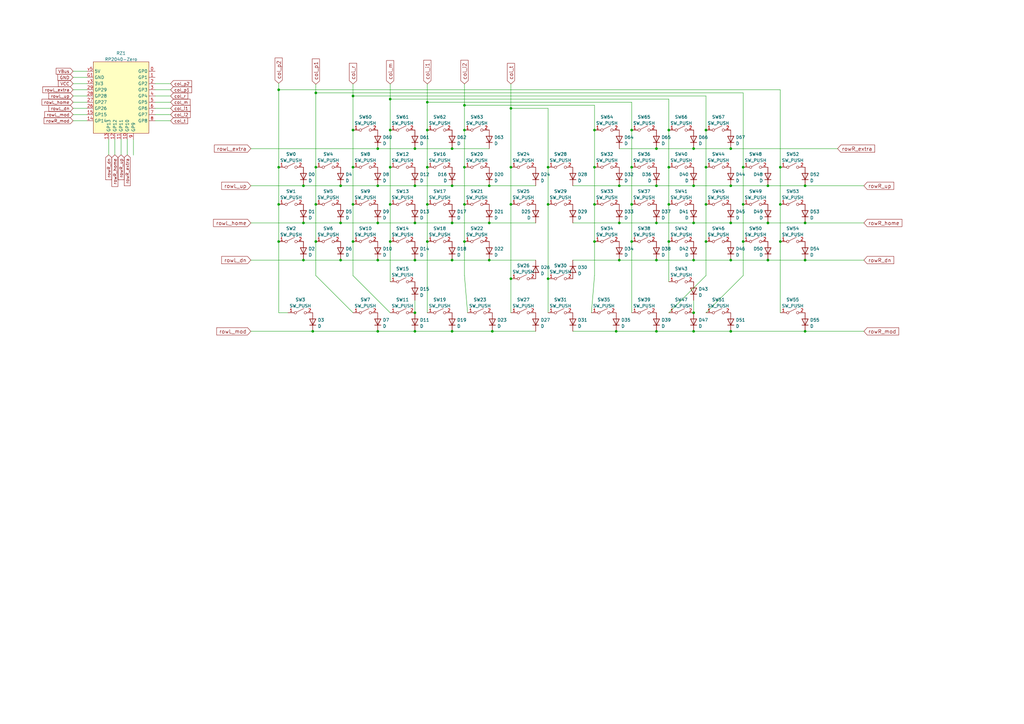
<source format=kicad_sch>
(kicad_sch (version 20211123) (generator eeschema)
  (paper "A3")
  (title_block (title "BumWings_002") (date "2022-11-16") (rev "v0.5") (company "tubby.twins a.k.a. mschnoor"))
  (lib_symbols
    (symbol "BumWings_SymLibrary:Key_Switch" (pin_names (offset 0) hide)
      (property "Reference" "K" (at 0 3.175 0))
      (symbol "Key_Switch_0_0"
        (circle (center -2.032 0) (radius 0.508))
        (polyline (pts (xy -1.524 0.254) (xy 1.524 1.778)))
        (circle (center 2.032 0) (radius 0.508))
      )
      (symbol "Key_Switch_1_1"
        (pin passive line (at -5.08 0 0) (length 2.54) (name "A") (number "1"))
        (pin passive line (at 5.08 0 180) (length 2.54) (name "B") (number "2"))
      )
    )
    (symbol "BumWings_SymLibrary:RP2040-Zero"
      (property "Reference" "RZ" (at 1.27 2.54 0))
      (property "Value" "RP2040-Zero" (at 2.54 12.7 0))
      (symbol "RP2040-Zero_0_1"
        (rectangle (start -10.16 13.97) (end 12.7 -15.24) (fill (type background)))
      )
      (symbol "RP2040-Zero_1_1"
        (pin bidirectional line (at 15.24 10.16 180) (length 2.54) (name "GP0") (number "0"))
        (pin bidirectional line (at 15.24 7.62 180) (length 2.54) (name "GP1") (number "1"))
        (pin bidirectional line (at 3.81 -17.78 90) (length 2.54) (name "GP10") (number "10"))
        (pin bidirectional line (at 1.27 -17.78 90) (length 2.54) (name "GP11") (number "11"))
        (pin bidirectional line (at -1.27 -17.78 90) (length 2.54) (name "GP12") (number "12"))
        (pin bidirectional line (at -3.81 -17.78 90) (length 2.54) (name "GP13") (number "13"))
        (pin bidirectional line (at -12.7 -10.16 0) (length 2.54) (name "GP14") (number "14"))
        (pin bidirectional line (at -12.7 -7.62 0) (length 2.54) (name "GP15") (number "15"))
        (pin bidirectional line (at 15.24 5.08 180) (length 2.54) (name "GP2") (number "2"))
        (pin bidirectional line (at -12.7 -5.08 0) (length 2.54) (name "GP26") (number "26"))
        (pin bidirectional line (at -12.7 -2.54 0) (length 2.54) (name "GP27") (number "27"))
        (pin bidirectional line (at -12.7 0 0) (length 2.54) (name "GP28") (number "28"))
        (pin bidirectional line (at -12.7 2.54 0) (length 2.54) (name "GP29") (number "29"))
        (pin bidirectional line (at 15.24 2.54 180) (length 2.54) (name "GP3") (number "3"))
        (pin bidirectional line (at 15.24 0 180) (length 2.54) (name "GP4") (number "4"))
        (pin bidirectional line (at 15.24 -2.54 180) (length 2.54) (name "GP5") (number "5"))
        (pin bidirectional line (at 15.24 -5.08 180) (length 2.54) (name "GP6") (number "6"))
        (pin bidirectional line (at 15.24 -7.62 180) (length 2.54) (name "GP7") (number "7"))
        (pin bidirectional line (at 15.24 -10.16 180) (length 2.54) (name "GP8") (number "8"))
        (pin bidirectional line (at 6.35 -17.78 90) (length 2.54) (name "GP9") (number "9"))
        (pin power_in line (at -12.7 7.62 0) (length 2.54) (name "GND") (number "G1"))
        (pin power_in line (at -12.7 5.08 0) (length 2.54) (name "3V3") (number "v3"))
        (pin power_in line (at -12.7 10.16 0) (length 2.54) (name "5V") (number "v5"))
      )
    )
    (symbol "Device:D" (pin_numbers hide) (pin_names (offset 1.016) hide)
      (property "Reference" "D" (at 0 2.54 0))
      (property "Value" "D" (at 0 -2.54 0))
      (symbol "D_0_1"
        (polyline (pts (xy -1.27 1.27) (xy -1.27 -1.27)) (stroke (width 0.254)))
        (polyline (pts (xy 1.27 0) (xy -1.27 0)))
        (polyline (pts (xy 1.27 1.27) (xy 1.27 -1.27) (xy -1.27 0) (xy 1.27 1.27)) (stroke (width 0.254)))
      )
      (symbol "D_1_1"
        (pin passive line (at -3.81 0 0) (length 2.54) (name "K") (number "1"))
        (pin passive line (at 3.81 0 180) (length 2.54) (name "A") (number "2"))
      )
    )
  )
  (junction (at 144.78 83.82))
  (junction (at 289.56 68.58))
  (junction (at 299.72 91.44))
  (junction (at 284.48 106.68))
  (junction (at 154.94 76.2))
  (junction (at 284.48 91.44))
  (junction (at 330.2 106.68))
  (junction (at 185.42 91.44))
  (junction (at 330.2 91.44))
  (junction (at 314.96 91.44))
  (junction (at 320.04 68.58))
  (junction (at 144.78 99.06))
  (junction (at 124.46 106.68))
  (junction (at 304.8 99.06))
  (junction (at 269.24 135.89))
  (junction (at 274.32 53.34))
  (junction (at 289.56 83.82))
  (junction (at 299.72 60.96))
  (junction (at 129.54 68.58))
  (junction (at 170.18 91.44))
  (junction (at 200.66 91.44))
  (junction (at 269.24 106.68))
  (junction (at 175.26 83.82))
  (junction (at 190.5 99.06))
  (junction (at 289.56 53.34))
  (junction (at 243.84 83.82))
  (junction (at 243.84 68.58))
  (junction (at 144.78 53.34))
  (junction (at 304.8 83.82))
  (junction (at 330.2 76.2))
  (junction (at 114.3 99.06))
  (junction (at 185.42 76.2))
  (junction (at 209.55 44.45))
  (junction (at 284.48 60.96))
  (junction (at 154.94 106.68))
  (junction (at 289.56 99.06))
  (junction (at 284.48 135.89))
  (junction (at 175.26 68.58))
  (junction (at 314.96 76.2))
  (junction (at 124.46 76.2))
  (junction (at 274.32 99.06))
  (junction (at 259.08 83.82))
  (junction (at 330.2 135.89))
  (junction (at 320.04 99.06))
  (junction (at 252.73 135.89))
  (junction (at 274.32 83.82))
  (junction (at 170.18 76.2))
  (junction (at 128.27 135.89))
  (junction (at 160.02 40.64))
  (junction (at 154.94 91.44))
  (junction (at 201.93 135.89))
  (junction (at 269.24 60.96))
  (junction (at 185.42 106.68))
  (junction (at 170.18 106.68))
  (junction (at 299.72 135.89))
  (junction (at 175.26 99.06))
  (junction (at 243.84 99.06))
  (junction (at 170.18 128.27))
  (junction (at 209.55 68.58))
  (junction (at 320.04 83.82))
  (junction (at 259.08 53.34))
  (junction (at 139.7 106.68))
  (junction (at 144.78 68.58))
  (junction (at 170.18 60.96))
  (junction (at 254 91.44))
  (junction (at 299.72 106.68))
  (junction (at 144.78 39.37))
  (junction (at 190.5 68.58))
  (junction (at 209.55 114.3))
  (junction (at 209.55 83.82))
  (junction (at 254 76.2))
  (junction (at 269.24 91.44))
  (junction (at 114.3 68.58))
  (junction (at 160.02 83.82))
  (junction (at 200.66 76.2))
  (junction (at 224.79 114.3))
  (junction (at 243.84 53.34))
  (junction (at 284.48 76.2))
  (junction (at 175.26 41.91))
  (junction (at 259.08 99.06))
  (junction (at 139.7 91.44))
  (junction (at 114.3 36.83))
  (junction (at 160.02 68.58))
  (junction (at 124.46 91.44))
  (junction (at 284.48 128.27))
  (junction (at 190.5 53.34))
  (junction (at 154.94 60.96))
  (junction (at 185.42 135.89))
  (junction (at 200.66 106.68))
  (junction (at 190.5 43.18))
  (junction (at 185.42 60.96))
  (junction (at 224.79 83.82))
  (junction (at 190.5 83.82))
  (junction (at 170.18 135.89))
  (junction (at 274.32 68.58))
  (junction (at 299.72 76.2))
  (junction (at 224.79 68.58))
  (junction (at 254 106.68))
  (junction (at 160.02 53.34))
  (junction (at 129.54 38.1))
  (junction (at 175.26 53.34))
  (junction (at 129.54 83.82))
  (junction (at 314.96 106.68))
  (junction (at 304.8 68.58))
  (junction (at 160.02 99.06))
  (junction (at 269.24 76.2))
  (junction (at 114.3 83.82))
  (junction (at 139.7 76.2))
  (junction (at 259.08 68.58))
  (junction (at 129.54 99.06))
  (junction (at 154.94 135.89))
  (wire (pts (xy 259.08 99.06) (xy 259.08 128.27)))
  (wire (pts (xy 274.32 53.34) (xy 274.32 68.58)))
  (wire (pts (xy 209.55 128.27) (xy 209.55 114.3)))
  (wire (pts (xy 129.54 99.06) (xy 129.54 113.03)))
  (wire (pts (xy 200.66 106.68) (xy 219.71 106.68)))
  (wire (pts (xy 29.972 49.53) (xy 35.687 49.53)))
  (wire (pts (xy 144.78 53.34) (xy 144.78 68.58)))
  (wire (pts (xy 44.577 63.5) (xy 44.577 57.15)))
  (wire (pts (xy 224.79 83.82) (xy 224.79 114.3)))
  (wire (pts (xy 200.66 91.44) (xy 219.71 91.44)))
  (wire (pts (xy 154.94 135.89) (xy 170.18 135.89)))
  (wire (pts (xy 299.72 60.96) (xy 343.535 60.96)))
  (wire (pts (xy 69.977 36.83) (xy 63.627 36.83)))
  (wire (pts (xy 299.72 106.68) (xy 314.96 106.68)))
  (wire (pts (xy 259.08 83.82) (xy 259.08 99.06)))
  (wire (pts (xy 284.48 60.96) (xy 299.72 60.96)))
  (wire (pts (xy 209.55 68.58) (xy 209.55 83.82)))
  (wire (pts (xy 190.5 99.06) (xy 190.5 113.03)))
  (wire (pts (xy 209.55 83.82) (xy 209.55 114.3)))
  (wire (pts (xy 243.84 68.58) (xy 243.84 83.82)))
  (wire (pts (xy 144.78 99.06) (xy 144.78 113.03)))
  (wire (pts (xy 299.72 91.44) (xy 314.96 91.44)))
  (wire (pts (xy 320.04 36.83) (xy 114.3 36.83)))
  (wire (pts (xy 114.3 68.58) (xy 114.3 83.82)))
  (wire (pts (xy 160.02 68.58) (xy 160.02 83.82)))
  (wire (pts (xy 114.3 83.82) (xy 114.3 99.06)))
  (wire (pts (xy 274.32 128.27) (xy 289.56 113.03)))
  (wire (pts (xy 209.55 34.417) (xy 209.55 44.45)))
  (wire (pts (xy 254 106.68) (xy 269.24 106.68)))
  (wire (pts (xy 190.5 53.34) (xy 190.5 68.58)))
  (wire (pts (xy 154.94 91.44) (xy 170.18 91.44)))
  (wire (pts (xy 243.84 99.06) (xy 243.84 113.03)))
  (wire (pts (xy 299.72 76.2) (xy 314.96 76.2)))
  (wire (pts (xy 254 76.2) (xy 269.24 76.2)))
  (wire (pts (xy 314.96 76.2) (xy 330.2 76.2)))
  (wire (pts (xy 190.5 68.58) (xy 190.5 83.82)))
  (wire (pts (xy 224.79 68.58) (xy 224.79 83.82)))
  (wire (pts (xy 69.977 44.45) (xy 63.627 44.45)))
  (wire (pts (xy 154.94 106.68) (xy 170.18 106.68)))
  (wire (pts (xy 102.87 91.44) (xy 124.46 91.44)))
  (wire (pts (xy 209.55 44.45) (xy 209.55 68.58)))
  (wire (pts (xy 160.02 99.06) (xy 160.02 115.57)))
  (wire (pts (xy 47.117 63.5) (xy 47.117 57.15)))
  (wire (pts (xy 170.18 135.89) (xy 185.42 135.89)))
  (wire (pts (xy 114.3 34.163) (xy 114.3 36.83)))
  (wire (pts (xy 289.56 99.06) (xy 289.56 113.03)))
  (wire (pts (xy 124.46 106.68) (xy 139.7 106.68)))
  (wire (pts (xy 219.71 76.2) (xy 200.66 76.2)))
  (wire (pts (xy 201.93 135.89) (xy 219.71 135.89)))
  (wire (pts (xy 320.04 36.83) (xy 320.04 68.58)))
  (wire (pts (xy 124.46 76.2) (xy 139.7 76.2)))
  (wire (pts (xy 284.48 91.44) (xy 299.72 91.44)))
  (wire (pts (xy 190.5 34.417) (xy 190.5 43.18)))
  (wire (pts (xy 29.972 34.29) (xy 35.687 34.29)))
  (wire (pts (xy 284.48 123.19) (xy 284.48 128.27)))
  (wire (pts (xy 320.04 83.82) (xy 320.04 99.06)))
  (wire (pts (xy 190.5 43.18) (xy 190.5 53.34)))
  (wire (pts (xy 170.18 76.2) (xy 185.42 76.2)))
  (wire (pts (xy 234.95 135.89) (xy 252.73 135.89)))
  (wire (pts (xy 69.977 39.37) (xy 63.627 39.37)))
  (wire (pts (xy 52.197 57.15) (xy 52.197 63.5)))
  (wire (pts (xy 234.95 106.68) (xy 254 106.68)))
  (wire (pts (xy 252.73 135.89) (xy 269.24 135.89)))
  (wire (pts (xy 274.32 40.64) (xy 160.02 40.64)))
  (wire (pts (xy 224.79 128.27) (xy 224.79 114.3)))
  (wire (pts (xy 259.08 53.34) (xy 259.08 68.58)))
  (wire (pts (xy 175.26 99.06) (xy 175.26 128.27)))
  (wire (pts (xy 185.42 135.89) (xy 201.93 135.89)))
  (wire (pts (xy 129.54 68.58) (xy 129.54 83.82)))
  (wire (pts (xy 243.84 43.18) (xy 190.5 43.18)))
  (wire (pts (xy 259.08 41.91) (xy 259.08 53.34)))
  (wire (pts (xy 154.94 76.2) (xy 170.18 76.2)))
  (wire (pts (xy 254 91.44) (xy 269.24 91.44)))
  (wire (pts (xy 29.972 39.37) (xy 35.687 39.37)))
  (wire (pts (xy 354.33 106.68) (xy 330.2 106.68)))
  (wire (pts (xy 284.48 76.2) (xy 299.72 76.2)))
  (wire (pts (xy 274.32 68.58) (xy 274.32 83.82)))
  (wire (pts (xy 160.02 83.82) (xy 160.02 99.06)))
  (wire (pts (xy 129.54 38.1) (xy 304.8 38.1)))
  (wire (pts (xy 175.26 34.417) (xy 175.26 41.91)))
  (wire (pts (xy 102.87 76.2) (xy 124.46 76.2)))
  (wire (pts (xy 185.42 76.2) (xy 200.66 76.2)))
  (wire (pts (xy 304.8 83.82) (xy 304.8 99.06)))
  (wire (pts (xy 224.79 44.45) (xy 209.55 44.45)))
  (wire (pts (xy 170.18 123.19) (xy 170.18 128.27)))
  (wire (pts (xy 29.972 31.75) (xy 35.687 31.75)))
  (wire (pts (xy 254 60.96) (xy 269.24 60.96)))
  (wire (pts (xy 284.48 106.68) (xy 299.72 106.68)))
  (wire (pts (xy 289.56 128.27) (xy 304.8 113.03)))
  (wire (pts (xy 354.33 91.44) (xy 330.2 91.44)))
  (wire (pts (xy 144.78 39.37) (xy 144.78 53.34)))
  (wire (pts (xy 243.84 53.34) (xy 243.84 68.58)))
  (wire (pts (xy 175.26 68.58) (xy 175.26 83.82)))
  (wire (pts (xy 185.42 91.44) (xy 200.66 91.44)))
  (wire (pts (xy 289.56 39.37) (xy 289.56 53.34)))
  (wire (pts (xy 129.54 38.1) (xy 129.54 68.58)))
  (wire (pts (xy 69.977 49.53) (xy 63.627 49.53)))
  (wire (pts (xy 54.737 63.627) (xy 54.737 57.15)))
  (wire (pts (xy 284.48 135.89) (xy 299.72 135.89)))
  (wire (pts (xy 102.87 60.96) (xy 154.94 60.96)))
  (wire (pts (xy 243.84 113.03) (xy 242.57 128.27)))
  (wire (pts (xy 185.42 60.96) (xy 170.18 60.96)))
  (wire (pts (xy 274.32 40.64) (xy 274.32 53.34)))
  (wire (pts (xy 69.977 46.99) (xy 63.627 46.99)))
  (wire (pts (xy 314.96 91.44) (xy 330.2 91.44)))
  (wire (pts (xy 139.7 91.44) (xy 154.94 91.44)))
  (wire (pts (xy 170.18 106.68) (xy 185.42 106.68)))
  (wire (pts (xy 259.08 41.91) (xy 175.26 41.91)))
  (wire (pts (xy 354.33 76.2) (xy 330.2 76.2)))
  (wire (pts (xy 139.7 76.2) (xy 154.94 76.2)))
  (wire (pts (xy 160.02 34.417) (xy 160.02 40.64)))
  (wire (pts (xy 190.5 83.82) (xy 190.5 99.06)))
  (wire (pts (xy 304.8 38.1) (xy 304.8 68.58)))
  (wire (pts (xy 160.02 40.64) (xy 160.02 53.34)))
  (wire (pts (xy 29.972 29.21) (xy 35.687 29.21)))
  (wire (pts (xy 102.87 106.68) (xy 124.46 106.68)))
  (wire (pts (xy 144.78 34.417) (xy 144.78 39.37)))
  (wire (pts (xy 234.95 76.2) (xy 254 76.2)))
  (wire (pts (xy 269.24 76.2) (xy 284.48 76.2)))
  (wire (pts (xy 144.78 113.03) (xy 160.02 128.27)))
  (wire (pts (xy 289.56 83.82) (xy 289.56 99.06)))
  (wire (pts (xy 274.32 83.82) (xy 274.32 99.06)))
  (wire (pts (xy 129.54 34.544) (xy 129.54 38.1)))
  (wire (pts (xy 29.972 36.83) (xy 35.687 36.83)))
  (wire (pts (xy 320.04 99.06) (xy 320.04 128.27)))
  (wire (pts (xy 124.46 91.44) (xy 139.7 91.44)))
  (wire (pts (xy 289.56 53.34) (xy 289.56 68.58)))
  (wire (pts (xy 69.977 34.29) (xy 63.627 34.29)))
  (wire (pts (xy 175.26 83.82) (xy 175.26 99.06)))
  (wire (pts (xy 269.24 91.44) (xy 284.48 91.44)))
  (wire (pts (xy 114.3 128.27) (xy 118.11 128.27)))
  (wire (pts (xy 139.7 106.68) (xy 154.94 106.68)))
  (wire (pts (xy 304.8 99.06) (xy 304.8 113.03)))
  (wire (pts (xy 269.24 135.89) (xy 284.48 135.89)))
  (wire (pts (xy 269.24 60.96) (xy 284.48 60.96)))
  (wire (pts (xy 314.96 106.68) (xy 330.2 106.68)))
  (wire (pts (xy 320.04 68.58) (xy 320.04 83.82)))
  (wire (pts (xy 144.78 83.82) (xy 144.78 99.06)))
  (wire (pts (xy 190.5 113.03) (xy 191.77 128.27)))
  (wire (pts (xy 170.18 91.44) (xy 185.42 91.44)))
  (wire (pts (xy 175.26 53.34) (xy 175.26 68.58)))
  (wire (pts (xy 224.79 44.45) (xy 224.79 68.58)))
  (wire (pts (xy 129.54 83.82) (xy 129.54 99.06)))
  (wire (pts (xy 269.24 106.68) (xy 284.48 106.68)))
  (wire (pts (xy 200.66 60.96) (xy 185.42 60.96)))
  (wire (pts (xy 102.87 135.89) (xy 128.27 135.89)))
  (wire (pts (xy 170.18 60.96) (xy 154.94 60.96)))
  (wire (pts (xy 289.56 68.58) (xy 289.56 83.82)))
  (wire (pts (xy 304.8 68.58) (xy 304.8 83.82)))
  (wire (pts (xy 175.26 41.91) (xy 175.26 53.34)))
  (wire (pts (xy 160.02 53.34) (xy 160.02 68.58)))
  (wire (pts (xy 185.42 106.68) (xy 200.66 106.68)))
  (wire (pts (xy 29.972 46.99) (xy 35.687 46.99)))
  (wire (pts (xy 49.657 63.5) (xy 49.657 57.15)))
  (wire (pts (xy 69.977 41.91) (xy 63.627 41.91)))
  (wire (pts (xy 274.32 99.06) (xy 274.32 115.57)))
  (wire (pts (xy 289.56 39.37) (xy 144.78 39.37)))
  (wire (pts (xy 29.972 41.91) (xy 35.687 41.91)))
  (wire (pts (xy 243.84 43.18) (xy 243.84 53.34)))
  (wire (pts (xy 243.84 83.82) (xy 243.84 99.06)))
  (wire (pts (xy 128.27 135.89) (xy 154.94 135.89)))
  (wire (pts (xy 234.95 91.44) (xy 254 91.44)))
  (wire (pts (xy 259.08 68.58) (xy 259.08 83.82)))
  (wire (pts (xy 114.3 36.83) (xy 114.3 68.58)))
  (wire (pts (xy 354.33 135.89) (xy 330.2 135.89)))
  (wire (pts (xy 144.78 68.58) (xy 144.78 83.82)))
  (wire (pts (xy 114.3 99.06) (xy 114.3 128.27)))
  (wire (pts (xy 129.54 113.03) (xy 144.78 128.27)))
  (wire (pts (xy 29.972 44.45) (xy 35.687 44.45)))
  (wire (pts (xy 299.72 135.89) (xy 330.2 135.89)))
  (global_label "col_i1" (shape input) (at 175.26 34.417 90) (effects (font (size 1.524 1.524))) (property "Intersheet References" "${INTERSHEET_REFS}" (effects hide)))
  (global_label "col_m" (shape input) (at 160.02 34.417 90) (effects (font (size 1.524 1.524))) (property "Intersheet References" "${INTERSHEET_REFS}" (effects hide)))
  (global_label "rowL_dn" (shape input) (at 102.87 106.68 180) (effects (font (size 1.524 1.524))) (property "Intersheet References" "${INTERSHEET_REFS}" (effects hide)))
  (global_label "col_t" (shape input) (at 69.977 49.53 0) (property "Intersheet References" "${INTERSHEET_REFS}" (effects hide)))
  (global_label "GND" (shape input) (at 29.972 31.75 180) (property "Intersheet References" "${INTERSHEET_REFS}" (effects hide)))
  (global_label "col_r" (shape input) (at 69.977 39.37 0) (property "Intersheet References" "${INTERSHEET_REFS}" (effects hide)))
  (global_label "col_p1" (shape input) (at 129.54 34.544 90) (effects (font (size 1.524 1.524))) (property "Intersheet References" "${INTERSHEET_REFS}" (effects hide)))
  (global_label "col_p2" (shape input) (at 114.3 34.163 90) (effects (font (size 1.524 1.524))) (property "Intersheet References" "${INTERSHEET_REFS}" (effects hide)))
  (global_label "rowR_mod" (shape input) (at 354.33 135.89 0) (effects (font (size 1.524 1.524))) (property "Intersheet References" "${INTERSHEET_REFS}" (effects hide)))
  (global_label "rowL_dn" (shape input) (at 29.972 44.45 180) (property "Intersheet References" "${INTERSHEET_REFS}" (effects hide)))
  (global_label "col_t" (shape input) (at 209.55 34.417 90) (effects (font (size 1.524 1.524))) (property "Intersheet References" "${INTERSHEET_REFS}" (effects hide)))
  (global_label "rowR_mod" (shape input) (at 29.972 49.53 180) (property "Intersheet References" "${INTERSHEET_REFS}" (effects hide)))
  (global_label "rowR_up" (shape input) (at 49.657 63.5 270) (property "Intersheet References" "${INTERSHEET_REFS}" (effects hide)))
  (global_label "col_i2" (shape input) (at 69.977 46.99 0) (property "Intersheet References" "${INTERSHEET_REFS}" (effects hide)))
  (global_label "VCC" (shape input) (at 29.972 34.29 180) (property "Intersheet References" "${INTERSHEET_REFS}" (effects hide)))
  (global_label "col_p1" (shape input) (at 69.977 36.83 0) (property "Intersheet References" "${INTERSHEET_REFS}" (effects hide)))
  (global_label "VBus" (shape input) (at 29.972 29.21 180) (property "Intersheet References" "${INTERSHEET_REFS}" (effects hide)))
  (global_label "col_r" (shape input) (at 144.78 34.417 90) (effects (font (size 1.524 1.524))) (property "Intersheet References" "${INTERSHEET_REFS}" (effects hide)))
  (global_label "rowR_dn" (shape input) (at 354.33 106.68 0) (effects (font (size 1.524 1.524))) (property "Intersheet References" "${INTERSHEET_REFS}" (effects hide)))
  (global_label "rowL_extra" (shape input) (at 102.87 60.96 180) (effects (font (size 1.524 1.524))) (property "Intersheet References" "${INTERSHEET_REFS}" (effects hide)))
  (global_label "rowL_mod" (shape input) (at 29.972 46.99 180) (property "Intersheet References" "${INTERSHEET_REFS}" (effects hide)))
  (global_label "rowL_extra" (shape input) (at 29.972 36.83 180) (property "Intersheet References" "${INTERSHEET_REFS}" (effects hide)))
  (global_label "rowL_home" (shape input) (at 102.87 91.44 180) (effects (font (size 1.524 1.524))) (property "Intersheet References" "${INTERSHEET_REFS}" (effects hide)))
  (global_label "rowR_extra" (shape input) (at 343.535 60.96 0) (effects (font (size 1.524 1.524))) (property "Intersheet References" "${INTERSHEET_REFS}" (effects hide)))
  (global_label "col_m" (shape input) (at 69.977 41.91 0) (property "Intersheet References" "${INTERSHEET_REFS}" (effects hide)))
  (global_label "col_i1" (shape input) (at 69.977 44.45 0) (property "Intersheet References" "${INTERSHEET_REFS}" (effects hide)))
  (global_label "rowL_mod" (shape input) (at 102.87 135.89 180) (effects (font (size 1.524 1.524))) (property "Intersheet References" "${INTERSHEET_REFS}" (effects hide)))
  (global_label "rowL_home" (shape input) (at 29.972 41.91 180) (property "Intersheet References" "${INTERSHEET_REFS}" (effects hide)))
  (global_label "rowL_up" (shape input) (at 29.972 39.37 180) (property "Intersheet References" "${INTERSHEET_REFS}" (effects hide)))
  (global_label "rowR_dn" (shape input) (at 44.577 63.5 270) (property "Intersheet References" "${INTERSHEET_REFS}" (effects hide)))
  (global_label "rowR_home" (shape input) (at 47.117 63.5 270) (property "Intersheet References" "${INTERSHEET_REFS}" (effects hide)))
  (global_label "rowL_up" (shape input) (at 102.87 76.2 180) (effects (font (size 1.524 1.524))) (property "Intersheet References" "${INTERSHEET_REFS}" (effects hide)))
  (global_label "rowR_up" (shape input) (at 354.33 76.2 0) (effects (font (size 1.524 1.524))) (property "Intersheet References" "${INTERSHEET_REFS}" (effects hide)))
  (global_label "col_i2" (shape input) (at 190.5 34.417 90) (effects (font (size 1.524 1.524))) (property "Intersheet References" "${INTERSHEET_REFS}" (effects hide)))
  (global_label "rowR_home" (shape input) (at 354.33 91.44 0) (effects (font (size 1.524 1.524))) (property "Intersheet References" "${INTERSHEET_REFS}" (effects hide)))
  (global_label "rowR_extra" (shape input) (at 52.197 63.5 270) (property "Intersheet References" "${INTERSHEET_REFS}" (effects hide)))
  (global_label "col_p2" (shape input) (at 69.977 34.29 0) (property "Intersheet References" "${INTERSHEET_REFS}" (effects hide)))
  (symbol (lib_id "Device:D") (at 124.46 72.39 90) (unit 1)
    (property "Reference" "D0" (at 126.492 71.5553 90) (effects (justify right)))
    (property "Value" "D" (at 126.492 74.0922 90) (effects (justify right)))
    (property "Footprint" "BumWings_Library:Diode_D_SOD-123" (effects hide))
  )
  (symbol (lib_id "BumWings_SymLibrary:Key_Switch") (at 123.19 128.27 0) (unit 1)
    (property "Reference" "SW3" (at 123.19 122.9192 0))
    (property "Value" "SW_PUSH" (at 123.19 125.4561 0))
    (property "Footprint" "BumWings_Library:Kailh_PG1350_1.5u_hotswap" (effects hide))
  )
  (symbol (lib_id "Device:D") (at 269.24 87.63 90) (unit 1)
    (property "Reference" "D37" (at 271.272 86.7953 90) (effects (justify right)))
    (property "Value" "D" (at 271.272 89.3322 90) (effects (justify right)))
    (property "Footprint" "BumWings_Library:Diode_D_SOD-123" (effects hide))
  )
  (symbol (lib_id "Device:D") (at 269.24 57.15 90) (unit 1)
    (property "Reference" "D65" (at 271.272 56.3153 90) (effects (justify right)))
    (property "Value" "D" (at 271.272 58.8522 90) (effects (justify right)))
    (property "Footprint" "BumWings_Library:Diode_D_SOD-123" (effects hide))
  )
  (symbol (lib_id "Device:D") (at 185.42 102.87 90) (unit 1)
    (property "Reference" "D18" (at 187.452 102.0353 90) (effects (justify right)))
    (property "Value" "D" (at 187.452 104.5722 90) (effects (justify right)))
    (property "Footprint" "BumWings_Library:Diode_D_SOD-123" (effects hide))
  )
  (symbol (lib_id "Device:D") (at 139.7 87.63 90) (unit 1)
    (property "Reference" "D5" (at 141.732 86.7953 90) (effects (justify right)))
    (property "Value" "D" (at 141.732 89.3322 90) (effects (justify right)))
    (property "Footprint" "BumWings_Library:Diode_D_SOD-123" (effects hide))
  )
  (symbol (lib_id "BumWings_SymLibrary:Key_Switch") (at 165.1 115.57 0) (unit 1)
    (property "Reference" "SW15" (at 165.1 110.2192 0))
    (property "Value" "SW_PUSH" (at 165.1 112.7561 0))
    (property "Footprint" "BumWings_Library:Kailh_PG1350_1u_hotswap" (effects hide))
  )
  (symbol (lib_id "BumWings_SymLibrary:Key_Switch") (at 180.34 128.27 0) (unit 1)
    (property "Reference" "SW19" (at 180.34 122.9192 0))
    (property "Value" "SW_PUSH" (at 180.34 125.4561 0))
    (property "Footprint" "BumWings_Library:Kailh_PG1350_1u_hotswap" (effects hide))
  )
  (symbol (lib_id "Device:D") (at 219.71 132.08 90) (unit 1)
    (property "Reference" "D27" (at 221.742 131.2453 90) (effects (justify right)))
    (property "Value" "D" (at 221.742 133.7822 90) (effects (justify right)))
    (property "Footprint" "BumWings_Library:Diode_D_SOD-123" (effects hide))
  )
  (symbol (lib_id "Device:D") (at 299.72 72.39 90) (unit 1)
    (property "Reference" "D44" (at 301.752 71.5553 90) (effects (justify right)))
    (property "Value" "D" (at 301.752 74.0922 90) (effects (justify right)))
    (property "Footprint" "BumWings_Library:Diode_D_SOD-123" (effects hide))
  )
  (symbol (lib_id "Device:D") (at 330.2 132.08 90) (unit 1)
    (property "Reference" "D55" (at 332.232 131.2453 90) (effects (justify right)))
    (property "Value" "D" (at 332.232 133.7822 90) (effects (justify right)))
    (property "Footprint" "BumWings_Library:Diode_D_SOD-123" (effects hide))
  )
  (symbol (lib_id "Device:D") (at 254 102.87 90) (unit 1)
    (property "Reference" "D34" (at 256.032 102.0353 90) (effects (justify right)))
    (property "Value" "D" (at 256.032 104.5722 90) (effects (justify right)))
    (property "Footprint" "BumWings_Library:Diode_D_SOD-123" (effects hide))
  )
  (symbol (lib_id "Device:D") (at 154.94 57.15 90) (unit 1)
    (property "Reference" "D60" (at 156.972 56.3153 90) (effects (justify right)))
    (property "Value" "D" (at 156.972 58.8522 90) (effects (justify right)))
    (property "Footprint" "BumWings_Library:Diode_D_SOD-123" (effects hide))
  )
  (symbol (lib_id "BumWings_SymLibrary:Key_Switch") (at 229.87 128.27 0) (unit 1)
    (property "Reference" "SW31" (at 229.87 122.9192 0))
    (property "Value" "SW_PUSH" (at 229.87 125.4561 0))
    (property "Footprint" "BumWings_Library:Kailh_PG1350_1.5u_hotswap" (effects hide))
  )
  (symbol (lib_id "Device:D") (at 219.71 72.39 90) (unit 1)
    (property "Reference" "D24" (at 221.742 71.5553 90) (effects (justify right)))
    (property "Value" "D" (at 221.742 74.0922 90) (effects (justify right)))
    (property "Footprint" "BumWings_Library:Diode_D_SOD-123" (effects hide))
  )
  (symbol (lib_id "Device:D") (at 200.66 87.63 90) (unit 1)
    (property "Reference" "D21" (at 202.692 86.7953 90) (effects (justify right)))
    (property "Value" "D" (at 202.692 89.3322 90) (effects (justify right)))
    (property "Footprint" "BumWings_Library:Diode_D_SOD-123" (effects hide))
  )
  (symbol (lib_id "Device:D") (at 234.95 72.39 90) (unit 1)
    (property "Reference" "D28" (at 236.982 71.5553 90) (effects (justify right)))
    (property "Value" "D" (at 236.982 74.0922 90) (effects (justify right)))
    (property "Footprint" "BumWings_Library:Diode_D_SOD-123" (effects hide))
  )
  (symbol (lib_id "Device:D") (at 185.42 57.15 90) (unit 1)
    (property "Reference" "D62" (at 187.452 56.3153 90) (effects (justify right)))
    (property "Value" "D" (at 187.452 58.8522 90) (effects (justify right)))
    (property "Footprint" "BumWings_Library:Diode_D_SOD-123" (effects hide))
  )
  (symbol (lib_id "Device:D") (at 201.93 132.08 90) (unit 1)
    (property "Reference" "D23" (at 203.962 131.2453 90) (effects (justify right)))
    (property "Value" "D" (at 203.962 133.7822 90) (effects (justify right)))
    (property "Footprint" "BumWings_Library:Diode_D_SOD-123" (effects hide))
  )
  (symbol (lib_id "Device:D") (at 234.95 110.49 270) (unit 1)
    (property "Reference" "D30" (at 236.982 109.6553 90) (effects (justify left)))
    (property "Value" "D" (at 236.982 112.1922 90) (effects (justify left)))
    (property "Footprint" "BumWings_Library:Diode_D_SOD-123" (effects hide))
  )
  (symbol (lib_id "BumWings_SymLibrary:Key_Switch") (at 119.38 68.58 0) (unit 1)
    (property "Reference" "SW0" (at 119.38 63.2292 0))
    (property "Value" "SW_PUSH" (at 119.38 65.7661 0))
    (property "Footprint" "BumWings_Library:Kailh_PG1350_1u_hotswap" (effects hide))
  )
  (symbol (lib_id "BumWings_SymLibrary:Key_Switch") (at 247.65 128.27 0) (unit 1)
    (property "Reference" "SW35" (at 247.65 122.9192 0))
    (property "Value" "SW_PUSH" (at 247.65 125.4561 0))
    (property "Footprint" "BumWings_Library:Kailh_PG1350_2u_stab_hotswap" (effects hide))
  )
  (symbol (lib_id "Device:D") (at 139.7 72.39 90) (unit 1)
    (property "Reference" "D4" (at 141.732 71.5553 90) (effects (justify right)))
    (property "Value" "D" (at 141.732 74.0922 90) (effects (justify right)))
    (property "Footprint" "BumWings_Library:Diode_D_SOD-123" (effects hide))
  )
  (symbol (lib_id "Device:D") (at 284.48 119.38 90) (unit 1)
    (property "Reference" "D43" (at 286.512 118.5453 90) (effects (justify right)))
    (property "Value" "D" (at 286.512 121.0822 90) (effects (justify right)))
    (property "Footprint" "BumWings_Library:Diode_D_SOD-123" (effects hide))
  )
  (symbol (lib_id "BumWings_SymLibrary:Key_Switch") (at 294.64 53.34 0) (unit 1)
    (property "Reference" "SW67" (at 294.64 47.9892 0))
    (property "Value" "SW_PUSH" (at 294.64 50.5261 0))
    (property "Footprint" "BumWings_Library:Kailh_PG1350_1u_hotswap" (effects hide))
  )
  (symbol (lib_id "Device:D") (at 330.2 102.87 90) (unit 1)
    (property "Reference" "D54" (at 332.232 102.0353 90) (effects (justify right)))
    (property "Value" "D" (at 332.232 104.5722 90) (effects (justify right)))
    (property "Footprint" "BumWings_Library:Diode_D_SOD-123" (effects hide))
  )
  (symbol (lib_id "BumWings_SymLibrary:Key_Switch") (at 279.4 83.82 0) (unit 1)
    (property "Reference" "SW41" (at 279.4 78.4692 0))
    (property "Value" "SW_PUSH" (at 279.4 81.0061 0))
    (property "Footprint" "BumWings_Library:Kailh_PG1350_1u_hotswap" (effects hide))
  )
  (symbol (lib_id "Device:D") (at 200.66 72.39 90) (unit 1)
    (property "Reference" "D20" (at 202.692 71.5553 90) (effects (justify right)))
    (property "Value" "D" (at 202.692 74.0922 90) (effects (justify right)))
    (property "Footprint" "BumWings_Library:Diode_D_SOD-123" (effects hide))
  )
  (symbol (lib_id "BumWings_SymLibrary:Key_Switch") (at 309.88 99.06 0) (unit 1)
    (property "Reference" "SW50" (at 309.88 93.7092 0))
    (property "Value" "SW_PUSH" (at 309.88 96.2461 0))
    (property "Footprint" "BumWings_Library:Kailh_PG1350_1u_hotswap" (effects hide))
  )
  (symbol (lib_id "Device:D") (at 170.18 87.63 90) (unit 1)
    (property "Reference" "D13" (at 172.212 86.7953 90) (effects (justify right)))
    (property "Value" "D" (at 172.212 89.3322 90) (effects (justify right)))
    (property "Footprint" "BumWings_Library:Diode_D_SOD-123" (effects hide))
  )
  (symbol (lib_id "Device:D") (at 299.72 57.15 90) (unit 1)
    (property "Reference" "D67" (at 301.752 56.3153 90) (effects (justify right)))
    (property "Value" "D" (at 301.752 58.8522 90) (effects (justify right)))
    (property "Footprint" "BumWings_Library:Diode_D_SOD-123" (effects hide))
  )
  (symbol (lib_id "BumWings_SymLibrary:Key_Switch") (at 264.16 68.58 0) (unit 1)
    (property "Reference" "SW36" (at 264.16 63.2292 0))
    (property "Value" "SW_PUSH" (at 264.16 65.7661 0))
    (property "Footprint" "BumWings_Library:Kailh_PG1350_1u_hotswap" (effects hide))
  )
  (symbol (lib_id "Device:D") (at 299.72 132.08 90) (unit 1)
    (property "Reference" "D51" (at 301.752 131.2453 90) (effects (justify right)))
    (property "Value" "D" (at 301.752 133.7822 90) (effects (justify right)))
    (property "Footprint" "BumWings_Library:Diode_D_SOD-123" (effects hide))
  )
  (symbol (lib_id "BumWings_SymLibrary:Key_Switch") (at 325.12 83.82 0) (unit 1)
    (property "Reference" "SW53" (at 325.12 78.4692 0))
    (property "Value" "SW_PUSH" (at 325.12 81.0061 0))
    (property "Footprint" "BumWings_Library:Kailh_PG1350_1u_hotswap" (effects hide))
  )
  (symbol (lib_id "BumWings_SymLibrary:Key_Switch") (at 196.85 128.27 0) (unit 1)
    (property "Reference" "SW23" (at 196.85 122.9192 0))
    (property "Value" "SW_PUSH" (at 196.85 125.4561 0))
    (property "Footprint" "BumWings_Library:Kailh_PG1350_2u_stab_hotswap" (effects hide))
  )
  (symbol (lib_id "Device:D") (at 154.94 72.39 90) (unit 1)
    (property "Reference" "D8" (at 156.972 71.5553 90) (effects (justify right)))
    (property "Value" "D" (at 156.972 74.0922 90) (effects (justify right)))
    (property "Footprint" "BumWings_Library:Diode_D_SOD-123" (effects hide))
  )
  (symbol (lib_id "Device:D") (at 269.24 72.39 90) (unit 1)
    (property "Reference" "D36" (at 267.208 71.5553 90) (effects (justify left)))
    (property "Value" "D" (at 267.208 74.0922 90) (effects (justify left)))
    (property "Footprint" "BumWings_Library:Diode_D_SOD-123" (effects hide))
  )
  (symbol (lib_id "BumWings_SymLibrary:Key_Switch") (at 325.12 99.06 0) (unit 1)
    (property "Reference" "SW54" (at 325.12 93.7092 0))
    (property "Value" "SW_PUSH" (at 325.12 96.2461 0))
    (property "Footprint" "BumWings_Library:Kailh_PG1350_1u_hotswap" (effects hide))
  )
  (symbol (lib_id "Device:D") (at 185.42 87.63 90) (unit 1)
    (property "Reference" "D17" (at 187.452 86.7953 90) (effects (justify right)))
    (property "Value" "D" (at 187.452 89.3322 90) (effects (justify right)))
    (property "Footprint" "BumWings_Library:Diode_D_SOD-123" (effects hide))
  )
  (symbol (lib_id "BumWings_SymLibrary:Key_Switch") (at 309.88 68.58 0) (unit 1)
    (property "Reference" "SW48" (at 309.88 63.2292 0))
    (property "Value" "SW_PUSH" (at 309.88 65.7661 0))
    (property "Footprint" "BumWings_Library:Kailh_PG1350_1u_hotswap" (effects hide))
  )
  (symbol (lib_id "BumWings_SymLibrary:Key_Switch") (at 264.16 83.82 0) (unit 1)
    (property "Reference" "SW37" (at 264.16 78.4692 0))
    (property "Value" "SW_PUSH" (at 264.16 81.0061 0))
    (property "Footprint" "BumWings_Library:Kailh_PG1350_1u_hotswap" (effects hide))
  )
  (symbol (lib_id "Device:D") (at 219.71 110.49 270) (unit 1)
    (property "Reference" "D26" (at 221.742 109.6553 90) (effects (justify left)))
    (property "Value" "D" (at 221.742 112.1922 90) (effects (justify left)))
    (property "Footprint" "BumWings_Library:Diode_D_SOD-123" (effects hide))
  )
  (symbol (lib_id "Device:D") (at 284.48 132.08 90) (unit 1)
    (property "Reference" "D47" (at 286.512 131.2453 90) (effects (justify right)))
    (property "Value" "D" (at 286.512 133.7822 90) (effects (justify right)))
    (property "Footprint" "BumWings_Library:Diode_D_SOD-123" (effects hide))
  )
  (symbol (lib_id "BumWings_SymLibrary:Key_Switch") (at 309.88 83.82 0) (unit 1)
    (property "Reference" "SW49" (at 309.88 78.4692 0))
    (property "Value" "SW_PUSH" (at 309.88 81.0061 0))
    (property "Footprint" "BumWings_Library:Kailh_PG1350_1u_hotswap" (effects hide))
  )
  (symbol (lib_id "Device:D") (at 170.18 72.39 90) (unit 1)
    (property "Reference" "D12" (at 172.212 71.5553 90) (effects (justify right)))
    (property "Value" "D" (at 172.212 74.0922 90) (effects (justify right)))
    (property "Footprint" "BumWings_Library:Diode_D_SOD-123" (effects hide))
  )
  (symbol (lib_id "BumWings_SymLibrary:Key_Switch") (at 195.58 68.58 0) (unit 1)
    (property "Reference" "SW20" (at 195.58 63.2292 0))
    (property "Value" "SW_PUSH" (at 195.58 65.7661 0))
    (property "Footprint" "BumWings_Library:Kailh_PG1350_1u_hotswap" (effects hide))
  )
  (symbol (lib_id "BumWings_SymLibrary:Key_Switch") (at 119.38 83.82 0) (unit 1)
    (property "Reference" "SW1" (at 119.38 78.4692 0))
    (property "Value" "SW_PUSH" (at 119.38 81.0061 0))
    (property "Footprint" "BumWings_Library:Kailh_PG1350_1u_hotswap" (effects hide))
  )
  (symbol (lib_id "Device:D") (at 330.2 72.39 90) (unit 1)
    (property "Reference" "D52" (at 332.232 71.5553 90) (effects (justify right)))
    (property "Value" "D" (at 332.232 74.0922 90) (effects (justify right)))
    (property "Footprint" "BumWings_Library:Diode_D_SOD-123" (effects hide))
  )
  (symbol (lib_id "BumWings_SymLibrary:Key_Switch") (at 180.34 68.58 0) (unit 1)
    (property "Reference" "SW16" (at 180.34 63.2292 0))
    (property "Value" "SW_PUSH" (at 180.34 65.7661 0))
    (property "Footprint" "BumWings_Library:Kailh_PG1350_1u_hotswap" (effects hide))
  )
  (symbol (lib_id "BumWings_SymLibrary:Key_Switch") (at 149.86 53.34 0) (unit 1)
    (property "Reference" "SW60" (at 149.86 47.9892 0))
    (property "Value" "SW_PUSH" (at 149.86 50.5261 0))
    (property "Footprint" "BumWings_Library:Kailh_PG1350_1u_hotswap" (effects hide))
  )
  (symbol (lib_id "BumWings_SymLibrary:Key_Switch") (at 325.12 128.27 0) (unit 1)
    (property "Reference" "SW55" (at 325.12 122.9192 0))
    (property "Value" "SW_PUSH" (at 325.12 125.4561 0))
    (property "Footprint" "BumWings_Library:Kailh_PG1350_1.5u_hotswap" (effects hide))
  )
  (symbol (lib_id "BumWings_SymLibrary:Key_Switch") (at 214.63 128.27 0) (unit 1)
    (property "Reference" "SW27" (at 214.63 122.9192 0))
    (property "Value" "SW_PUSH" (at 214.63 125.4561 0))
    (property "Footprint" "BumWings_Library:Kailh_PG1350_1.5u_hotswap" (effects hide))
  )
  (symbol (lib_id "BumWings_SymLibrary:Key_Switch") (at 149.86 83.82 0) (unit 1)
    (property "Reference" "SW9" (at 149.86 78.4692 0))
    (property "Value" "SW_PUSH" (at 149.86 81.0061 0))
    (property "Footprint" "BumWings_Library:Kailh_PG1350_1u_hotswap" (effects hide))
  )
  (symbol (lib_id "BumWings_SymLibrary:Key_Switch") (at 279.4 115.57 0) (unit 1)
    (property "Reference" "SW43" (at 279.4 110.2192 0))
    (property "Value" "SW_PUSH" (at 279.4 112.7561 0))
    (property "Footprint" "BumWings_Library:Kailh_PG1350_1u_hotswap" (effects hide))
  )
  (symbol (lib_id "BumWings_SymLibrary:Key_Switch") (at 180.34 83.82 0) (unit 1)
    (property "Reference" "SW17" (at 180.34 78.4692 0))
    (property "Value" "SW_PUSH" (at 180.34 81.0061 0))
    (property "Footprint" "BumWings_Library:Kailh_PG1350_1u_hotswap" (effects hide))
  )
  (symbol (lib_id "BumWings_SymLibrary:Key_Switch") (at 165.1 128.27 0) (unit 1)
    (property "Reference" "SW11" (at 165.1 122.9192 0))
    (property "Value" "SW_PUSH" (at 165.1 125.4561 0))
    (property "Footprint" "BumWings_Library:Kailh_PG1350_1u_hotswap" (effects hide))
  )
  (symbol (lib_id "BumWings_SymLibrary:Key_Switch") (at 229.87 68.58 0) (unit 1)
    (property "Reference" "SW28" (at 229.87 63.2292 0))
    (property "Value" "SW_PUSH" (at 229.87 65.7661 0))
    (property "Footprint" "BumWings_Library:Kailh_PG1350_1u_hotswap" (effects hide))
  )
  (symbol (lib_id "BumWings_SymLibrary:Key_Switch") (at 264.16 53.34 0) (unit 1)
    (property "Reference" "SW65" (at 264.16 47.9892 0))
    (property "Value" "SW_PUSH" (at 264.16 50.5261 0))
    (property "Footprint" "BumWings_Library:Kailh_PG1350_1u_hotswap" (effects hide))
  )
  (symbol (lib_id "Device:D") (at 170.18 119.38 90) (unit 1)
    (property "Reference" "D15" (at 172.212 118.5453 90) (effects (justify right)))
    (property "Value" "D" (at 172.212 121.0822 90) (effects (justify right)))
    (property "Footprint" "BumWings_Library:Diode_D_SOD-123" (effects hide))
  )
  (symbol (lib_id "Device:D") (at 314.96 87.63 90) (unit 1)
    (property "Reference" "D49" (at 312.928 86.7953 90) (effects (justify left)))
    (property "Value" "D" (at 312.928 89.3322 90) (effects (justify left)))
    (property "Footprint" "BumWings_Library:Diode_D_SOD-123" (effects hide))
  )
  (symbol (lib_id "Device:D") (at 254 57.15 90) (unit 1)
    (property "Reference" "D64" (at 256.032 56.3153 90) (effects (justify right)))
    (property "Value" "D" (at 256.032 58.8522 90) (effects (justify right)))
    (property "Footprint" "BumWings_Library:Diode_D_SOD-123" (effects hide))
  )
  (symbol (lib_id "BumWings_SymLibrary:Key_Switch") (at 195.58 53.34 0) (unit 1)
    (property "Reference" "SW63" (at 195.58 47.9892 0))
    (property "Value" "SW_PUSH" (at 195.58 50.5261 0))
    (property "Footprint" "BumWings_Library:Kailh_PG1350_1u_hotswap" (effects hide))
  )
  (symbol (lib_id "BumWings_SymLibrary:Key_Switch") (at 119.38 99.06 0) (unit 1)
    (property "Reference" "SW2" (at 119.38 93.7092 0))
    (property "Value" "SW_PUSH" (at 119.38 96.2461 0))
    (property "Footprint" "BumWings_Library:Kailh_PG1350_1u_hotswap" (effects hide))
  )
  (symbol (lib_id "BumWings_SymLibrary:Key_Switch") (at 149.86 68.58 0) (unit 1)
    (property "Reference" "SW8" (at 149.86 63.2292 0))
    (property "Value" "SW_PUSH" (at 149.86 65.7661 0))
    (property "Footprint" "BumWings_Library:Kailh_PG1350_1u_hotswap" (effects hide))
  )
  (symbol (lib_id "Device:D") (at 200.66 57.15 90) (unit 1)
    (property "Reference" "D63" (at 202.692 56.3153 90) (effects (justify right)))
    (property "Value" "D" (at 202.692 58.8522 90) (effects (justify right)))
    (property "Footprint" "BumWings_Library:Diode_D_SOD-123" (effects hide))
  )
  (symbol (lib_id "BumWings_SymLibrary:Key_Switch") (at 214.63 83.82 0) (unit 1)
    (property "Reference" "SW25" (at 214.63 78.4692 0))
    (property "Value" "SW_PUSH" (at 214.63 81.0061 0))
    (property "Footprint" "BumWings_Library:Kailh_PG1350_1.5u_hotswap" (effects hide))
  )
  (symbol (lib_id "BumWings_SymLibrary:Key_Switch") (at 248.92 99.06 0) (unit 1)
    (property "Reference" "SW34" (at 248.92 93.7092 0))
    (property "Value" "SW_PUSH" (at 248.92 96.2461 0))
    (property "Footprint" "BumWings_Library:Kailh_PG1350_1u_hotswap" (effects hide))
  )
  (symbol (lib_id "BumWings_SymLibrary:Key_Switch") (at 214.63 114.3 0) (unit 1)
    (property "Reference" "SW26" (at 214.63 108.9492 0))
    (property "Value" "SW_PUSH" (at 214.63 111.4861 0))
    (property "Footprint" "BumWings_Library:Kailh_PG1350_1u_hotswap" (effects hide))
  )
  (symbol (lib_id "Device:D") (at 128.27 132.08 90) (unit 1)
    (property "Reference" "D3" (at 130.302 131.2453 90) (effects (justify right)))
    (property "Value" "D" (at 130.302 133.7822 90) (effects (justify right)))
    (property "Footprint" "BumWings_Library:Diode_D_SOD-123" (effects hide))
  )
  (symbol (lib_id "Device:D") (at 139.7 102.87 90) (unit 1)
    (property "Reference" "D6" (at 141.732 102.0353 90) (effects (justify right)))
    (property "Value" "D" (at 141.732 104.5722 90) (effects (justify right)))
    (property "Footprint" "BumWings_Library:Diode_D_SOD-123" (effects hide))
  )
  (symbol (lib_id "BumWings_SymLibrary:Key_Switch") (at 195.58 83.82 0) (unit 1)
    (property "Reference" "SW21" (at 195.58 78.4692 0))
    (property "Value" "SW_PUSH" (at 195.58 81.0061 0))
    (property "Footprint" "BumWings_Library:Kailh_PG1350_1u_hotswap" (effects hide))
  )
  (symbol (lib_id "Device:D") (at 299.72 87.63 90) (unit 1)
    (property "Reference" "D45" (at 301.752 86.7953 90) (effects (justify right)))
    (property "Value" "D" (at 301.752 89.3322 90) (effects (justify right)))
    (property "Footprint" "BumWings_Library:Diode_D_SOD-123" (effects hide))
  )
  (symbol (lib_id "BumWings_SymLibrary:Key_Switch") (at 279.4 99.06 0) (unit 1)
    (property "Reference" "SW42" (at 279.4 93.7092 0))
    (property "Value" "SW_PUSH" (at 279.4 96.2461 0))
    (property "Footprint" "BumWings_Library:Kailh_PG1350_1u_hotswap" (effects hide))
  )
  (symbol (lib_id "Device:D") (at 269.24 102.87 90) (unit 1)
    (property "Reference" "D38" (at 271.272 102.0353 90) (effects (justify right)))
    (property "Value" "D" (at 271.272 104.5722 90) (effects (justify right)))
    (property "Footprint" "BumWings_Library:Diode_D_SOD-123" (effects hide))
  )
  (symbol (lib_id "BumWings_SymLibrary:Key_Switch") (at 279.4 128.27 0) (unit 1)
    (property "Reference" "SW47" (at 279.4 122.9192 0))
    (property "Value" "SW_PUSH" (at 279.4 125.4561 0))
    (property "Footprint" "BumWings_Library:Kailh_PG1350_1u_hotswap" (effects hide))
  )
  (symbol (lib_id "Device:D") (at 170.18 132.08 90) (unit 1)
    (property "Reference" "D11" (at 172.212 131.2453 90) (effects (justify right)))
    (property "Value" "D" (at 172.212 133.7822 90) (effects (justify right)))
    (property "Footprint" "BumWings_Library:Diode_D_SOD-123" (effects hide))
  )
  (symbol (lib_id "BumWings_SymLibrary:Key_Switch") (at 279.4 53.34 0) (unit 1)
    (property "Reference" "SW66" (at 279.4 47.9892 0))
    (property "Value" "SW_PUSH" (at 279.4 50.5261 0))
    (property "Footprint" "BumWings_Library:Kailh_PG1350_1u_hotswap" (effects hide))
  )
  (symbol (lib_id "Device:D") (at 154.94 132.08 90) (unit 1)
    (property "Reference" "D7" (at 156.972 131.2453 90) (effects (justify right)))
    (property "Value" "D" (at 156.972 133.7822 90) (effects (justify right)))
    (property "Footprint" "BumWings_Library:Diode_D_SOD-123" (effects hide))
  )
  (symbol (lib_id "BumWings_SymLibrary:Key_Switch") (at 264.16 99.06 0) (unit 1)
    (property "Reference" "SW38" (at 264.16 93.7092 0))
    (property "Value" "SW_PUSH" (at 264.16 96.2461 0))
    (property "Footprint" "BumWings_Library:Kailh_PG1350_1u_hotswap" (effects hide))
  )
  (symbol (lib_id "Device:D") (at 254 72.39 90) (unit 1)
    (property "Reference" "D32" (at 256.032 71.5553 90) (effects (justify right)))
    (property "Value" "D" (at 256.032 74.0922 90) (effects (justify right)))
    (property "Footprint" "BumWings_Library:Diode_D_SOD-123" (effects hide))
  )
  (symbol (lib_id "Device:D") (at 234.95 87.63 90) (unit 1)
    (property "Reference" "D29" (at 236.982 86.7953 90) (effects (justify right)))
    (property "Value" "D" (at 236.982 89.3322 90) (effects (justify right)))
    (property "Footprint" "BumWings_Library:Diode_D_SOD-123" (effects hide))
  )
  (symbol (lib_id "Device:D") (at 314.96 72.39 90) (unit 1)
    (property "Reference" "D48" (at 312.928 71.5553 90) (effects (justify left)))
    (property "Value" "D" (at 312.928 74.0922 90) (effects (justify left)))
    (property "Footprint" "BumWings_Library:Diode_D_SOD-123" (effects hide))
  )
  (symbol (lib_id "BumWings_SymLibrary:Key_Switch") (at 165.1 68.58 0) (unit 1)
    (property "Reference" "SW12" (at 165.1 63.2292 0))
    (property "Value" "SW_PUSH" (at 165.1 65.7661 0))
    (property "Footprint" "BumWings_Library:Kailh_PG1350_1u_hotswap" (effects hide))
  )
  (symbol (lib_id "BumWings_SymLibrary:Key_Switch") (at 279.4 68.58 0) (unit 1)
    (property "Reference" "SW40" (at 279.4 63.2292 0))
    (property "Value" "SW_PUSH" (at 279.4 65.7661 0))
    (property "Footprint" "BumWings_Library:Kailh_PG1350_1u_hotswap" (effects hide))
  )
  (symbol (lib_id "BumWings_SymLibrary:Key_Switch") (at 229.87 83.82 0) (unit 1)
    (property "Reference" "SW29" (at 229.87 78.4692 0))
    (property "Value" "SW_PUSH" (at 229.87 81.0061 0))
    (property "Footprint" "BumWings_Library:Kailh_PG1350_1.5u_hotswap" (effects hide))
  )
  (symbol (lib_id "Device:D") (at 200.66 102.87 90) (unit 1)
    (property "Reference" "D22" (at 202.692 102.0353 90) (effects (justify right)))
    (property "Value" "D" (at 202.692 104.5722 90) (effects (justify right)))
    (property "Footprint" "BumWings_Library:Diode_D_SOD-123" (effects hide))
  )
  (symbol (lib_id "BumWings_SymLibrary:Key_Switch") (at 294.64 128.27 0) (unit 1)
    (property "Reference" "SW51" (at 294.64 122.9192 0))
    (property "Value" "SW_PUSH" (at 294.64 125.4561 0))
    (property "Footprint" "BumWings_Library:Kailh_PG1350_1u_hotswap" (effects hide))
  )
  (symbol (lib_id "Device:D") (at 284.48 57.15 90) (unit 1)
    (property "Reference" "D66" (at 286.512 56.3153 90) (effects (justify right)))
    (property "Value" "D" (at 286.512 58.8522 90) (effects (justify right)))
    (property "Footprint" "BumWings_Library:Diode_D_SOD-123" (effects hide))
  )
  (symbol (lib_id "Device:D") (at 185.42 132.08 90) (unit 1)
    (property "Reference" "D19" (at 187.452 131.2453 90) (effects (justify right)))
    (property "Value" "D" (at 187.452 133.7822 90) (effects (justify right)))
    (property "Footprint" "BumWings_Library:Diode_D_SOD-123" (effects hide))
  )
  (symbol (lib_id "Device:D") (at 284.48 72.39 90) (unit 1)
    (property "Reference" "D40" (at 282.448 71.5553 90) (effects (justify left)))
    (property "Value" "D" (at 282.448 74.0922 90) (effects (justify left)))
    (property "Footprint" "BumWings_Library:Diode_D_SOD-123" (effects hide))
  )
  (symbol (lib_id "BumWings_SymLibrary:Key_Switch") (at 264.16 128.27 0) (unit 1)
    (property "Reference" "SW39" (at 264.16 122.9192 0))
    (property "Value" "SW_PUSH" (at 264.16 125.4561 0))
    (property "Footprint" "BumWings_Library:Kailh_PG1350_1u_hotswap" (effects hide))
  )
  (symbol (lib_id "BumWings_SymLibrary:Key_Switch") (at 195.58 99.06 0) (unit 1)
    (property "Reference" "SW22" (at 195.58 93.7092 0))
    (property "Value" "SW_PUSH" (at 195.58 96.2461 0))
    (property "Footprint" "BumWings_Library:Kailh_PG1350_1u_hotswap" (effects hide))
  )
  (symbol (lib_id "BumWings_SymLibrary:RP2040-Zero") (at 48.387 39.37 0) (unit 1)
    (property "Reference" "RZ1" (at 49.657 21.8272 0))
    (property "Value" "RP2040-Zero" (at 49.657 24.3641 0))
    (property "Footprint" "BumWings_Library:RP2040-Zero" (effects hide))
  )
  (symbol (lib_id "Device:D") (at 154.94 102.87 90) (unit 1)
    (property "Reference" "D10" (at 156.972 102.0353 90) (effects (justify right)))
    (property "Value" "D" (at 156.972 104.5722 90) (effects (justify right)))
    (property "Footprint" "BumWings_Library:Diode_D_SOD-123" (effects hide))
  )
  (symbol (lib_id "Device:D") (at 124.46 87.63 90) (unit 1)
    (property "Reference" "D1" (at 126.492 86.7953 90) (effects (justify right)))
    (property "Value" "D" (at 126.492 89.3322 90) (effects (justify right)))
    (property "Footprint" "BumWings_Library:Diode_D_SOD-123" (effects hide))
  )
  (symbol (lib_id "BumWings_SymLibrary:Key_Switch") (at 248.92 68.58 0) (unit 1)
    (property "Reference" "SW32" (at 248.92 63.2292 0))
    (property "Value" "SW_PUSH" (at 248.92 65.7661 0))
    (property "Footprint" "BumWings_Library:Kailh_PG1350_1u_hotswap" (effects hide))
  )
  (symbol (lib_id "Device:D") (at 170.18 102.87 90) (unit 1)
    (property "Reference" "D14" (at 172.212 102.0353 90) (effects (justify right)))
    (property "Value" "D" (at 172.212 104.5722 90) (effects (justify right)))
    (property "Footprint" "BumWings_Library:Diode_D_SOD-123" (effects hide))
  )
  (symbol (lib_id "BumWings_SymLibrary:Key_Switch") (at 165.1 53.34 0) (unit 1)
    (property "Reference" "SW61" (at 165.1 47.9892 0))
    (property "Value" "SW_PUSH" (at 165.1 50.5261 0))
    (property "Footprint" "BumWings_Library:Kailh_PG1350_1u_hotswap" (effects hide))
  )
  (symbol (lib_id "BumWings_SymLibrary:Key_Switch") (at 134.62 68.58 0) (unit 1)
    (property "Reference" "SW4" (at 134.62 63.2292 0))
    (property "Value" "SW_PUSH" (at 134.62 65.7661 0))
    (property "Footprint" "BumWings_Library:Kailh_PG1350_1u_hotswap" (effects hide))
  )
  (symbol (lib_id "Device:D") (at 269.24 132.08 90) (unit 1)
    (property "Reference" "D39" (at 271.272 131.2453 90) (effects (justify right)))
    (property "Value" "D" (at 271.272 133.7822 90) (effects (justify right)))
    (property "Footprint" "BumWings_Library:Diode_D_SOD-123" (effects hide))
  )
  (symbol (lib_id "BumWings_SymLibrary:Key_Switch") (at 229.87 114.3 0) (unit 1)
    (property "Reference" "SW30" (at 229.87 108.9492 0))
    (property "Value" "SW_PUSH" (at 229.87 111.4861 0))
    (property "Footprint" "BumWings_Library:Kailh_PG1350_1u_hotswap" (effects hide))
  )
  (symbol (lib_id "Device:D") (at 299.72 102.87 90) (unit 1)
    (property "Reference" "D46" (at 301.752 102.0353 90) (effects (justify right)))
    (property "Value" "D" (at 301.752 104.5722 90) (effects (justify right)))
    (property "Footprint" "BumWings_Library:Diode_D_SOD-123" (effects hide))
  )
  (symbol (lib_id "Device:D") (at 330.2 87.63 90) (unit 1)
    (property "Reference" "D53" (at 332.232 86.7953 90) (effects (justify right)))
    (property "Value" "D" (at 332.232 89.3322 90) (effects (justify right)))
    (property "Footprint" "BumWings_Library:Diode_D_SOD-123" (effects hide))
  )
  (symbol (lib_id "BumWings_SymLibrary:Key_Switch") (at 134.62 99.06 0) (unit 1)
    (property "Reference" "SW6" (at 134.62 93.7092 0))
    (property "Value" "SW_PUSH" (at 134.62 96.2461 0))
    (property "Footprint" "BumWings_Library:Kailh_PG1350_1u_hotswap" (effects hide))
  )
  (symbol (lib_id "BumWings_SymLibrary:Key_Switch") (at 180.34 99.06 0) (unit 1)
    (property "Reference" "SW18" (at 180.34 93.7092 0))
    (property "Value" "SW_PUSH" (at 180.34 96.2461 0))
    (property "Footprint" "BumWings_Library:Kailh_PG1350_1u_hotswap" (effects hide))
  )
  (symbol (lib_id "BumWings_SymLibrary:Key_Switch") (at 214.63 68.58 0) (unit 1)
    (property "Reference" "SW24" (at 214.63 63.2292 0))
    (property "Value" "SW_PUSH" (at 214.63 65.7661 0))
    (property "Footprint" "BumWings_Library:Kailh_PG1350_1u_hotswap" (effects hide))
  )
  (symbol (lib_id "BumWings_SymLibrary:Key_Switch") (at 294.64 99.06 0) (unit 1)
    (property "Reference" "SW46" (at 294.64 93.7092 0))
    (property "Value" "SW_PUSH" (at 294.64 96.2461 0))
    (property "Footprint" "BumWings_Library:Kailh_PG1350_1u_hotswap" (effects hide))
  )
  (symbol (lib_id "BumWings_SymLibrary:Key_Switch") (at 149.86 128.27 0) (unit 1)
    (property "Reference" "SW7" (at 149.86 122.9192 0))
    (property "Value" "SW_PUSH" (at 149.86 125.4561 0))
    (property "Footprint" "BumWings_Library:Kailh_PG1350_1u_hotswap" (effects hide))
  )
  (symbol (lib_id "Device:D") (at 219.71 87.63 90) (unit 1)
    (property "Reference" "D25" (at 217.678 86.7953 90) (effects (justify left)))
    (property "Value" "D" (at 217.678 89.3322 90) (effects (justify left)))
    (property "Footprint" "BumWings_Library:Diode_D_SOD-123" (effects hide))
  )
  (symbol (lib_id "BumWings_SymLibrary:Key_Switch") (at 325.12 68.58 0) (unit 1)
    (property "Reference" "SW52" (at 325.12 63.2292 0))
    (property "Value" "SW_PUSH" (at 325.12 65.7661 0))
    (property "Footprint" "BumWings_Library:Kailh_PG1350_1u_hotswap" (effects hide))
  )
  (symbol (lib_id "BumWings_SymLibrary:Key_Switch") (at 180.34 53.34 0) (unit 1)
    (property "Reference" "SW62" (at 180.34 47.9892 0))
    (property "Value" "SW_PUSH" (at 180.34 50.5261 0))
    (property "Footprint" "BumWings_Library:Kailh_PG1350_1u_hotswap" (effects hide))
  )
  (symbol (lib_id "Device:D") (at 284.48 102.87 90) (unit 1)
    (property "Reference" "D42" (at 282.448 102.0353 90) (effects (justify left)))
    (property "Value" "D" (at 282.448 104.5722 90) (effects (justify left)))
    (property "Footprint" "BumWings_Library:Diode_D_SOD-123" (effects hide))
  )
  (symbol (lib_id "BumWings_SymLibrary:Key_Switch") (at 294.64 68.58 0) (unit 1)
    (property "Reference" "SW44" (at 294.64 63.2292 0))
    (property "Value" "SW_PUSH" (at 294.64 65.7661 0))
    (property "Footprint" "BumWings_Library:Kailh_PG1350_1u_hotswap" (effects hide))
  )
  (symbol (lib_id "Device:D") (at 254 87.63 90) (unit 1)
    (property "Reference" "D33" (at 256.032 86.7953 90) (effects (justify right)))
    (property "Value" "D" (at 256.032 89.3322 90) (effects (justify right)))
    (property "Footprint" "BumWings_Library:Diode_D_SOD-123" (effects hide))
  )
  (symbol (lib_id "BumWings_SymLibrary:Key_Switch") (at 165.1 99.06 0) (unit 1)
    (property "Reference" "SW14" (at 165.1 93.7092 0))
    (property "Value" "SW_PUSH" (at 165.1 96.2461 0))
    (property "Footprint" "BumWings_Library:Kailh_PG1350_1u_hotswap" (effects hide))
  )
  (symbol (lib_id "BumWings_SymLibrary:Key_Switch") (at 134.62 83.82 0) (unit 1)
    (property "Reference" "SW5" (at 134.62 78.4692 0))
    (property "Value" "SW_PUSH" (at 134.62 81.0061 0))
    (property "Footprint" "BumWings_Library:Kailh_PG1350_1u_hotswap" (effects hide))
  )
  (symbol (lib_id "Device:D") (at 154.94 87.63 90) (unit 1)
    (property "Reference" "D9" (at 156.972 86.7953 90) (effects (justify right)))
    (property "Value" "D" (at 156.972 89.3322 90) (effects (justify right)))
    (property "Footprint" "BumWings_Library:Diode_D_SOD-123" (effects hide))
  )
  (symbol (lib_id "BumWings_SymLibrary:Key_Switch") (at 165.1 83.82 0) (unit 1)
    (property "Reference" "SW13" (at 165.1 78.4692 0))
    (property "Value" "SW_PUSH" (at 165.1 81.0061 0))
    (property "Footprint" "BumWings_Library:Kailh_PG1350_1u_hotswap" (effects hide))
  )
  (symbol (lib_id "Device:D") (at 185.42 72.39 90) (unit 1)
    (property "Reference" "D16" (at 183.388 71.5553 90) (effects (justify left)))
    (property "Value" "D" (at 183.388 74.0922 90) (effects (justify left)))
    (property "Footprint" "BumWings_Library:Diode_D_SOD-123" (effects hide))
  )
  (symbol (lib_id "Device:D") (at 284.48 87.63 90) (unit 1)
    (property "Reference" "D41" (at 282.448 86.7953 90) (effects (justify left)))
    (property "Value" "D" (at 282.448 89.3322 90) (effects (justify left)))
    (property "Footprint" "BumWings_Library:Diode_D_SOD-123" (effects hide))
  )
  (symbol (lib_id "BumWings_SymLibrary:Key_Switch") (at 294.64 83.82 0) (unit 1)
    (property "Reference" "SW45" (at 294.64 78.4692 0))
    (property "Value" "SW_PUSH" (at 294.64 81.0061 0))
    (property "Footprint" "BumWings_Library:Kailh_PG1350_1u_hotswap" (effects hide))
  )
  (symbol (lib_id "BumWings_SymLibrary:Key_Switch") (at 248.92 53.34 0) (unit 1)
    (property "Reference" "SW64" (at 248.92 47.9892 0))
    (property "Value" "SW_PUSH" (at 248.92 50.5261 0))
    (property "Footprint" "BumWings_Library:Kailh_PG1350_1u_hotswap" (effects hide))
  )
  (symbol (lib_id "Device:D") (at 252.73 132.08 90) (unit 1)
    (property "Reference" "D35" (at 254.762 131.2453 90) (effects (justify right)))
    (property "Value" "D" (at 254.762 133.7822 90) (effects (justify right)))
    (property "Footprint" "BumWings_Library:Diode_D_SOD-123" (effects hide))
  )
  (symbol (lib_id "BumWings_SymLibrary:Key_Switch") (at 248.92 83.82 0) (unit 1)
    (property "Reference" "SW33" (at 248.92 78.4692 0))
    (property "Value" "SW_PUSH" (at 248.92 81.0061 0))
    (property "Footprint" "BumWings_Library:Kailh_PG1350_1u_hotswap" (effects hide))
  )
  (symbol (lib_id "Device:D") (at 170.18 57.15 90) (unit 1)
    (property "Reference" "D61" (at 172.212 56.3153 90) (effects (justify right)))
    (property "Value" "D" (at 172.212 58.8522 90) (effects (justify right)))
    (property "Footprint" "BumWings_Library:Diode_D_SOD-123" (effects hide))
  )
  (symbol (lib_id "Device:D") (at 234.95 132.08 90) (unit 1)
    (property "Reference" "D31" (at 236.982 131.2453 90) (effects (justify right)))
    (property "Value" "D" (at 236.982 133.7822 90) (effects (justify right)))
    (property "Footprint" "BumWings_Library:Diode_D_SOD-123" (effects hide))
  )
  (symbol (lib_id "Device:D") (at 314.96 102.87 90) (unit 1)
    (property "Reference" "D50" (at 312.928 102.0353 90) (effects (justify left)))
    (property "Value" "D" (at 312.928 104.5722 90) (effects (justify left)))
    (property "Footprint" "BumWings_Library:Diode_D_SOD-123" (effects hide))
  )
  (symbol (lib_id "BumWings_SymLibrary:Key_Switch") (at 149.86 99.06 0) (unit 1)
    (property "Reference" "SW10" (at 149.86 93.7092 0))
    (property "Value" "SW_PUSH" (at 149.86 96.2461 0))
    (property "Footprint" "BumWings_Library:Kailh_PG1350_1u_hotswap" (effects hide))
  )
  (symbol (lib_id "Device:D") (at 124.46 102.87 90) (unit 1)
    (property "Reference" "D2" (at 126.492 102.0353 90) (effects (justify right)))
    (property "Value" "D" (at 126.492 104.5722 90) (effects (justify right)))
    (property "Footprint" "BumWings_Library:Diode_D_SOD-123" (effects hide))
  )
)
</source>
